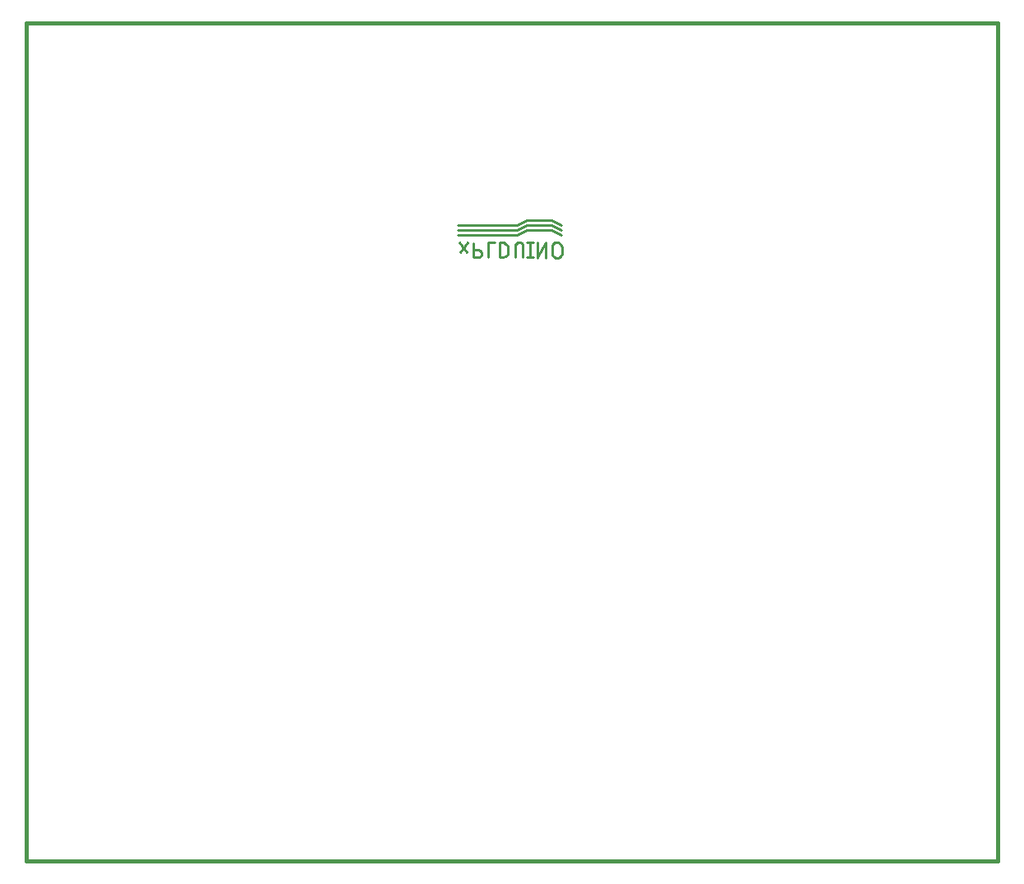
<source format=gbo>
G04 (created by PCBNEW (2013-mar-13)-testing) date mer. 01 mai 2013 21:42:49 CEST*
%MOIN*%
G04 Gerber Fmt 3.4, Leading zero omitted, Abs format*
%FSLAX34Y34*%
G01*
G70*
G90*
G04 APERTURE LIST*
%ADD10C,2.3622e-06*%
%ADD11C,0.015*%
%ADD12C,0.01*%
G04 APERTURE END LIST*
G54D10*
G54D11*
X71500Y-62000D02*
X110900Y-62000D01*
X71500Y-28000D02*
X110900Y-28000D01*
X110900Y-28000D02*
X110800Y-28000D01*
X110900Y-62000D02*
X110900Y-28000D01*
X71500Y-62000D02*
X71500Y-28000D01*
G54D12*
X89000Y-36200D02*
X91400Y-36200D01*
X91400Y-36200D02*
X91800Y-36000D01*
X91800Y-36000D02*
X92800Y-36000D01*
X92800Y-36000D02*
X93200Y-36200D01*
X89000Y-36400D02*
X91400Y-36400D01*
X91400Y-36400D02*
X91800Y-36200D01*
X91800Y-36200D02*
X92800Y-36200D01*
X92800Y-36200D02*
X93200Y-36400D01*
X92800Y-36400D02*
X93200Y-36600D01*
X91800Y-36400D02*
X92800Y-36400D01*
X91400Y-36600D02*
X91800Y-36400D01*
X89000Y-36600D02*
X91400Y-36600D01*
X89000Y-36600D02*
X91400Y-36600D01*
X91400Y-36600D02*
X91800Y-36400D01*
X91800Y-36400D02*
X92800Y-36400D01*
X92800Y-36400D02*
X93200Y-36600D01*
X92800Y-36400D02*
X93200Y-36600D01*
X91800Y-36400D02*
X92800Y-36400D01*
X91400Y-36600D02*
X91800Y-36400D01*
X89000Y-36600D02*
X91400Y-36600D01*
X89000Y-36600D02*
X91400Y-36600D01*
X91400Y-36600D02*
X91800Y-36400D01*
X91800Y-36400D02*
X92800Y-36400D01*
X92800Y-36400D02*
X93200Y-36600D01*
X92800Y-36400D02*
X93200Y-36600D01*
X91800Y-36400D02*
X92800Y-36400D01*
X91400Y-36600D02*
X91800Y-36400D01*
X89000Y-36600D02*
X91400Y-36600D01*
X89000Y-36600D02*
X91400Y-36600D01*
X91400Y-36600D02*
X91800Y-36400D01*
X91800Y-36400D02*
X92800Y-36400D01*
X92800Y-36400D02*
X93200Y-36600D01*
X92800Y-36400D02*
X93200Y-36600D01*
X91800Y-36400D02*
X92800Y-36400D01*
X91400Y-36600D02*
X91800Y-36400D01*
X89000Y-36600D02*
X91400Y-36600D01*
X89000Y-36600D02*
X91400Y-36600D01*
X91400Y-36600D02*
X91800Y-36400D01*
X91800Y-36400D02*
X92800Y-36400D01*
X92800Y-36400D02*
X93200Y-36600D01*
X93075Y-36900D02*
X93175Y-36975D01*
X92850Y-37000D02*
X92950Y-36900D01*
X92025Y-36900D02*
X92075Y-36900D01*
X91800Y-36900D02*
X92050Y-36900D01*
X91800Y-37500D02*
X92075Y-37500D01*
X91950Y-36925D02*
X91950Y-37450D01*
X92825Y-37100D02*
X92850Y-37000D01*
X92950Y-36900D02*
X93075Y-36900D01*
X93225Y-37125D02*
X93200Y-37000D01*
X92825Y-37325D02*
X92850Y-37425D01*
X92850Y-37425D02*
X92925Y-37500D01*
X92925Y-37500D02*
X92975Y-37525D01*
X92975Y-37525D02*
X93075Y-37525D01*
X93075Y-37525D02*
X93125Y-37500D01*
X93125Y-37500D02*
X93175Y-37475D01*
X93175Y-37475D02*
X93200Y-37425D01*
X93200Y-37425D02*
X93225Y-37350D01*
X93225Y-37350D02*
X93225Y-37300D01*
X93225Y-37300D02*
X93225Y-37125D01*
X92825Y-37300D02*
X92825Y-37100D01*
X92225Y-36900D02*
X92225Y-37525D01*
X92225Y-37500D02*
X92575Y-36900D01*
X92575Y-36900D02*
X92575Y-37525D01*
X91325Y-37500D02*
X91325Y-37025D01*
X91325Y-37025D02*
X91350Y-36975D01*
X91350Y-36975D02*
X91375Y-36950D01*
X91375Y-36950D02*
X91400Y-36925D01*
X91400Y-36925D02*
X91450Y-36900D01*
X91450Y-36900D02*
X91500Y-36900D01*
X91500Y-36900D02*
X91550Y-36900D01*
X91550Y-36900D02*
X91600Y-36925D01*
X91600Y-36925D02*
X91625Y-36950D01*
X91625Y-36950D02*
X91650Y-36975D01*
X91650Y-36975D02*
X91650Y-37025D01*
X91650Y-37025D02*
X91650Y-37500D01*
X90725Y-37500D02*
X90850Y-37500D01*
X90850Y-37500D02*
X90950Y-37475D01*
X90950Y-37475D02*
X91000Y-37425D01*
X91000Y-37425D02*
X91025Y-37350D01*
X91025Y-37350D02*
X91050Y-37250D01*
X91050Y-37250D02*
X91050Y-37175D01*
X91050Y-37175D02*
X91050Y-37125D01*
X91050Y-37125D02*
X91025Y-37050D01*
X91025Y-37050D02*
X91000Y-37000D01*
X91000Y-37000D02*
X90950Y-36950D01*
X90950Y-36950D02*
X90875Y-36900D01*
X90875Y-36900D02*
X90825Y-36900D01*
X90825Y-36900D02*
X90700Y-36900D01*
X90700Y-36900D02*
X90700Y-37500D01*
X90225Y-37500D02*
X90225Y-36900D01*
X90225Y-36900D02*
X90500Y-36900D01*
X89625Y-37500D02*
X89650Y-37500D01*
X89650Y-37500D02*
X89875Y-37500D01*
X89875Y-37500D02*
X89925Y-37475D01*
X89925Y-37475D02*
X89950Y-37450D01*
X89950Y-37450D02*
X89975Y-37400D01*
X89975Y-37400D02*
X89975Y-37350D01*
X89975Y-37350D02*
X89975Y-37300D01*
X89975Y-37300D02*
X89950Y-37250D01*
X89950Y-37250D02*
X89900Y-37225D01*
X89900Y-37225D02*
X89850Y-37200D01*
X89850Y-37200D02*
X89625Y-37200D01*
X89625Y-36925D02*
X89625Y-37500D01*
X89100Y-37300D02*
X89400Y-36900D01*
X89075Y-36900D02*
X89375Y-37300D01*
M02*

</source>
